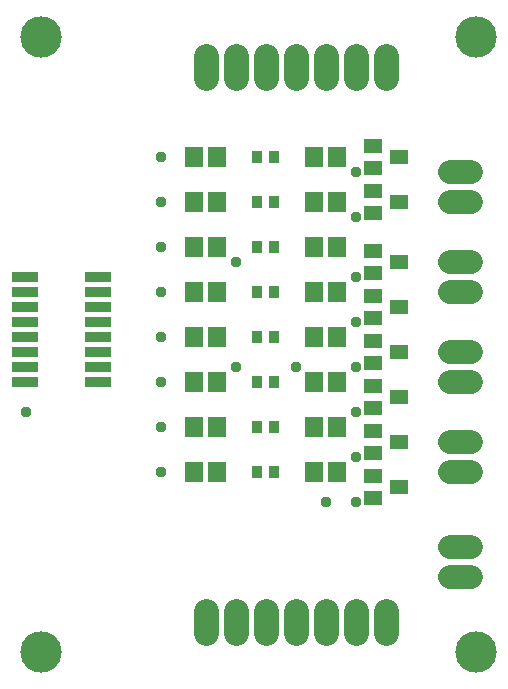
<source format=gbr>
G04 EAGLE Gerber RS-274X export*
G75*
%MOMM*%
%FSLAX34Y34*%
%LPD*%
%INSoldermask Top*%
%IPPOS*%
%AMOC8*
5,1,8,0,0,1.08239X$1,22.5*%
G01*
%ADD10C,3.505200*%
%ADD11R,2.235200X0.863600*%
%ADD12C,2.082800*%
%ADD13R,1.603200X1.203200*%
%ADD14R,1.503200X1.703200*%
%ADD15C,2.003200*%
%ADD16R,0.815000X1.115000*%
%ADD17C,0.959600*%


D10*
X241300Y698500D03*
X609600Y698500D03*
X241300Y177800D03*
X609600Y177800D03*
D11*
X228346Y495300D03*
X289814Y495300D03*
X228346Y482600D03*
X228346Y469900D03*
X289814Y482600D03*
X289814Y469900D03*
X228346Y457200D03*
X289814Y457200D03*
X228346Y444500D03*
X289814Y444500D03*
X228346Y431800D03*
X228346Y419100D03*
X289814Y431800D03*
X289814Y419100D03*
X228346Y406400D03*
X289814Y406400D03*
D12*
X381000Y212598D02*
X381000Y193802D01*
X406400Y193802D02*
X406400Y212598D01*
X431800Y212598D02*
X431800Y193802D01*
X457200Y193802D02*
X457200Y212598D01*
X482600Y212598D02*
X482600Y193802D01*
X508000Y193802D02*
X508000Y212598D01*
X533400Y212598D02*
X533400Y193802D01*
X381000Y663702D02*
X381000Y682498D01*
X406400Y682498D02*
X406400Y663702D01*
X431800Y663702D02*
X431800Y682498D01*
X457200Y682498D02*
X457200Y663702D01*
X482600Y663702D02*
X482600Y682498D01*
X508000Y682498D02*
X508000Y663702D01*
X533400Y663702D02*
X533400Y682498D01*
D13*
X544400Y596900D03*
X522400Y587400D03*
X522400Y606400D03*
X544400Y558800D03*
X522400Y549300D03*
X522400Y568300D03*
X544400Y508000D03*
X522400Y498500D03*
X522400Y517500D03*
X544400Y469900D03*
X522400Y460400D03*
X522400Y479400D03*
X544400Y431800D03*
X522400Y422300D03*
X522400Y441300D03*
X544400Y393700D03*
X522400Y384200D03*
X522400Y403200D03*
X544400Y355600D03*
X522400Y346100D03*
X522400Y365100D03*
X544400Y317500D03*
X522400Y308000D03*
X522400Y327000D03*
D14*
X473100Y596900D03*
X492100Y596900D03*
X371500Y558800D03*
X390500Y558800D03*
X371500Y520700D03*
X390500Y520700D03*
X371500Y482600D03*
X390500Y482600D03*
X371500Y444500D03*
X390500Y444500D03*
X371500Y406400D03*
X390500Y406400D03*
X371500Y368300D03*
X390500Y368300D03*
X371500Y330200D03*
X390500Y330200D03*
X473100Y558800D03*
X492100Y558800D03*
X473100Y520700D03*
X492100Y520700D03*
X473100Y482600D03*
X492100Y482600D03*
X473100Y444500D03*
X492100Y444500D03*
X473100Y406400D03*
X492100Y406400D03*
X473100Y368300D03*
X492100Y368300D03*
X473100Y330200D03*
X492100Y330200D03*
X371500Y596900D03*
X390500Y596900D03*
D15*
X587900Y584200D02*
X605900Y584200D01*
X605900Y558800D02*
X587900Y558800D01*
X587900Y508000D02*
X605900Y508000D01*
X605900Y482600D02*
X587900Y482600D01*
X587900Y431800D02*
X605900Y431800D01*
X605900Y406400D02*
X587900Y406400D01*
X587900Y355600D02*
X605900Y355600D01*
X605900Y330200D02*
X587900Y330200D01*
X587900Y241300D02*
X605900Y241300D01*
X605900Y266700D02*
X587900Y266700D01*
D16*
X424300Y596900D03*
X439300Y596900D03*
X424300Y558800D03*
X439300Y558800D03*
X424300Y520700D03*
X439300Y520700D03*
X424300Y482600D03*
X439300Y482600D03*
X424300Y444500D03*
X439300Y444500D03*
X424300Y406400D03*
X439300Y406400D03*
X424300Y368300D03*
X439300Y368300D03*
X424300Y330200D03*
X439300Y330200D03*
D17*
X342900Y596900D03*
X342900Y558800D03*
X342900Y520700D03*
X342900Y482600D03*
X342900Y444500D03*
X342900Y406400D03*
X342900Y368300D03*
X342900Y330200D03*
X228600Y381000D03*
X406400Y508000D03*
X406400Y419100D03*
X457200Y419100D03*
X482600Y304800D03*
X508000Y584200D03*
X508000Y546100D03*
X508000Y495300D03*
X508000Y457200D03*
X508000Y419100D03*
X508000Y381000D03*
X508000Y342900D03*
X508000Y304800D03*
M02*

</source>
